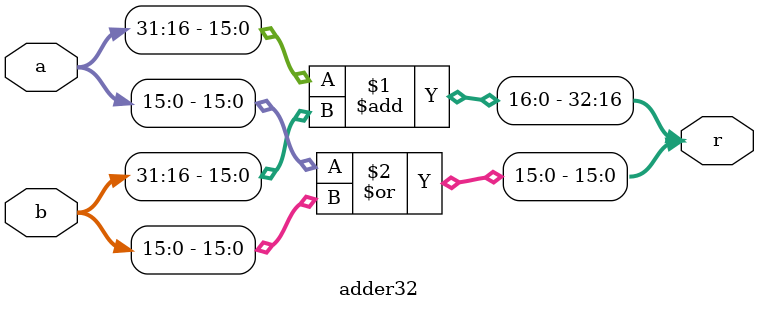
<source format=v>
module adder32 (a,b,r);
input [31:0] a,b;
output [32:0] r;

assign r[32:16] = a[31:16]+b[31:16];
assign r[15:0]= a[15:0]|b[15:0];

endmodule

</source>
